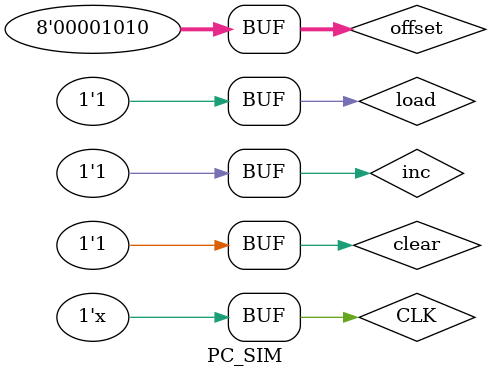
<source format=v>
`timescale 1ns / 1ps
module PC_SIM();



reg CLK;
initial CLK = 0;
always #5 CLK = ~CLK;


reg load, clear, inc;
reg [7:0] offset;

wire [7:0] address_out;
wire [2:0] flag;
//wire [3:0] state;

PC PC_I(
.CLK    (CLK),

.load   (load),
.clear  (clear),
.inc    (inc),
.offset (offset),

.address_out(address_out),
.flag       (flag)
);


initial begin
offset = 8'h0A;

inc = 1;
#5 inc = 0;
#5 inc = 1;

#10 load = 1;
#10 clear = 1;


end


endmodule
</source>
